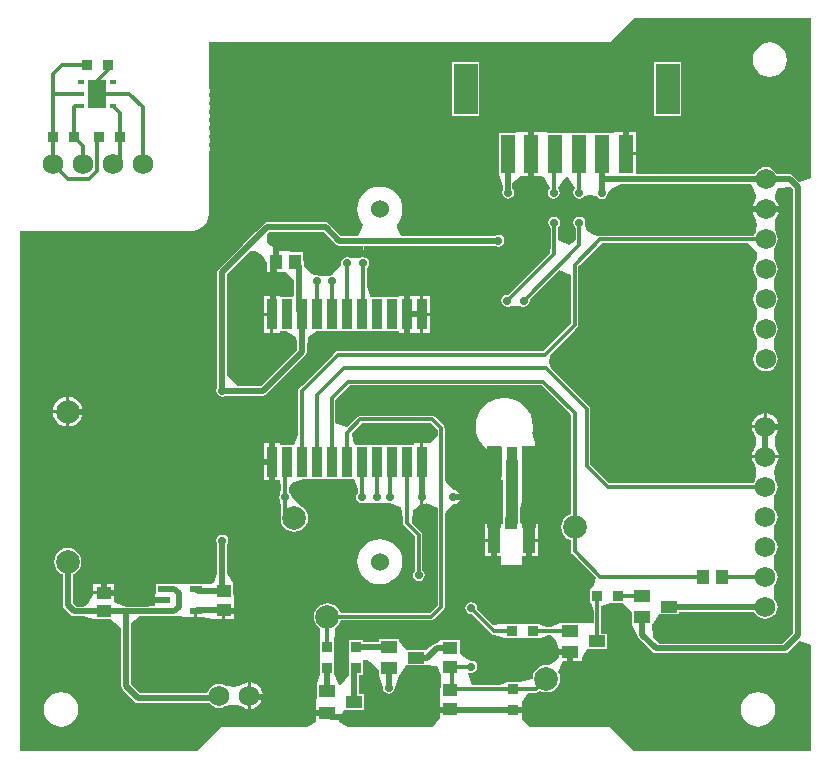
<source format=gtl>
G04 Layer_Physical_Order=1*
G04 Layer_Color=255*
%FSLAX44Y44*%
%MOMM*%
G71*
G01*
G75*
%ADD10R,1.0000X0.5500*%
%ADD11R,1.3000X1.0500*%
%ADD12R,0.9000X0.9000*%
%ADD13R,1.5000X2.4000*%
%ADD14R,0.6000X0.4000*%
%ADD15R,0.8900X2.6000*%
%ADD16R,0.9000X0.9000*%
%ADD17R,1.0500X1.3000*%
%ADD18R,1.4250X1.0000*%
%ADD19R,1.4000X1.0000*%
%ADD20R,2.0000X4.2000*%
%ADD21R,1.2000X3.2000*%
%ADD22R,1.0000X1.0500*%
%ADD23R,1.0500X2.2000*%
%ADD24R,0.3000X0.4000*%
%ADD25C,2.0000*%
%ADD26C,0.5000*%
%ADD27C,0.3000*%
%ADD28C,1.0000*%
%ADD29R,1.2930X6.9850*%
%ADD30R,1.2174X6.9850*%
%ADD31C,1.7500*%
%ADD32C,1.5240*%
%ADD33C,0.7000*%
G36*
X346595Y277611D02*
X347983D01*
X353661Y271933D01*
Y267496D01*
X347350Y260110D01*
X343661Y260110D01*
X341630D01*
Y244570D01*
X339090D01*
Y260110D01*
X333370D01*
Y259070D01*
X321710Y259070D01*
X314960D01*
X309010D01*
X302260D01*
X296310D01*
X289560D01*
X283801D01*
X283606Y259079D01*
X282223Y262253D01*
X281092Y269070D01*
X289633Y277611D01*
X291021D01*
X346595D01*
D02*
G37*
G36*
X670000Y485539D02*
X667916Y484032D01*
X660000Y481778D01*
X655024Y486754D01*
X653701Y487638D01*
X652140Y487948D01*
X652140Y487948D01*
X640905D01*
X640453Y489039D01*
Y489039D01*
X638810Y491180D01*
X636669Y492823D01*
X634175Y493856D01*
X631500Y494208D01*
X628824Y493856D01*
X626330Y492823D01*
X624189Y491180D01*
X622876Y489468D01*
X622546Y489039D01*
X622546Y489039D01*
X622310Y488469D01*
X622094Y487948D01*
X619009D01*
X525460D01*
X521818Y487948D01*
X521620Y489155D01*
X521620Y489792D01*
Y504190D01*
X513080D01*
Y505460D01*
X511810D01*
Y524000D01*
X510149D01*
X504540Y524000D01*
X504540Y524000D01*
X500580Y522960D01*
Y522960D01*
X490580D01*
X485580Y522960D01*
X480580D01*
X475580Y522960D01*
X465580Y522960D01*
X460580D01*
X455580Y522960D01*
X451189D01*
X441620Y524000D01*
X436011Y524000D01*
X434350D01*
Y505460D01*
Y486920D01*
X441620Y486920D01*
X444361Y484644D01*
X445608Y482063D01*
X445608D01*
X448515Y476045D01*
X447410Y474391D01*
X447022Y472440D01*
X447410Y470489D01*
X448515Y468835D01*
X450169Y467730D01*
X452120Y467342D01*
X454071Y467730D01*
X455725Y468835D01*
X456830Y470489D01*
X456830Y470489D01*
X457218Y472440D01*
X456830Y474391D01*
X455725Y476045D01*
X460550Y484367D01*
X462895Y486187D01*
X465228Y484345D01*
X470105Y476045D01*
X469000Y474391D01*
X468612Y472440D01*
X468612Y472440D01*
X469000Y470489D01*
X470105Y468835D01*
X471759Y467730D01*
X473710Y467342D01*
X473710Y467342D01*
X475661Y467730D01*
X475661D01*
X477315Y468835D01*
X477315Y468835D01*
X477937Y469766D01*
X482862Y470307D01*
X488438Y469598D01*
X489155Y468525D01*
X490809Y467420D01*
X490809Y467420D01*
X492760Y467032D01*
X492760Y467032D01*
X494711Y467420D01*
X494711Y467420D01*
X496365Y468525D01*
X496365D01*
X497470Y470179D01*
X497470Y470179D01*
X497858Y472130D01*
X500808Y475402D01*
X508990Y479792D01*
X517170D01*
X517170Y479792D01*
X517170D01*
D01*
X523157Y479792D01*
X619117D01*
X620031Y477948D01*
X623740Y470473D01*
X623532Y467667D01*
X622728Y465585D01*
X621638Y464164D01*
X620500Y461417D01*
X620280Y459740D01*
X631500D01*
X642720D01*
X642499Y461417D01*
X641361Y464164D01*
X640271Y465585D01*
X639467Y467667D01*
X639260Y470473D01*
X642012Y476021D01*
X652972Y477271D01*
X655052Y475191D01*
Y474300D01*
Y100370D01*
Y99479D01*
X646265Y90692D01*
X645375D01*
X541818D01*
X536983Y95635D01*
X536164Y96629D01*
X535660Y106420D01*
D01*
X540537Y114400D01*
X541285Y115420D01*
X545660Y115420D01*
X558535D01*
Y117842D01*
X621785D01*
X622237Y116751D01*
Y116751D01*
X623880Y114610D01*
X626021Y112967D01*
X628514Y111934D01*
X631190Y111582D01*
X633866Y111934D01*
X636359Y112967D01*
X638500Y114610D01*
X640143Y116751D01*
X641176Y119244D01*
X641528Y121920D01*
X641176Y124596D01*
X640143Y127089D01*
X638967Y128623D01*
X638360Y130195D01*
Y139045D01*
X638967Y140617D01*
X640143Y142151D01*
X641176Y144644D01*
X641528Y147320D01*
X641176Y149996D01*
X640143Y152489D01*
X638967Y154023D01*
X638360Y155595D01*
Y164445D01*
X638967Y166017D01*
X640143Y167551D01*
X641176Y170044D01*
X641528Y172720D01*
X641176Y175396D01*
X640143Y177889D01*
X638967Y179423D01*
X638360Y180995D01*
Y189845D01*
X638967Y191417D01*
X640143Y192951D01*
X641176Y195444D01*
X641528Y198120D01*
X641176Y200796D01*
X640143Y203289D01*
X638967Y204823D01*
X638360Y206395D01*
Y215245D01*
X638967Y216817D01*
X640143Y218351D01*
X641176Y220844D01*
X641528Y223520D01*
X641176Y226196D01*
X640143Y228689D01*
X639622Y229369D01*
X639024Y231486D01*
X638866Y235773D01*
X639157Y239723D01*
X639961Y241805D01*
X641052Y243226D01*
X642189Y245973D01*
X642410Y247650D01*
X631190D01*
X619970D01*
X620191Y245973D01*
X621328Y243226D01*
X622419Y241805D01*
X623223Y239723D01*
X623514Y235773D01*
X623356Y231486D01*
X622758Y229369D01*
X622237Y228689D01*
X620957Y226579D01*
X620467D01*
X500500D01*
X499107D01*
X483119Y242567D01*
Y243982D01*
Y286884D01*
Y289560D01*
X482886Y290730D01*
X482223Y291723D01*
X479256Y294690D01*
X452170Y321776D01*
X450042Y323904D01*
X450042Y323904D01*
X448284Y328697D01*
X448956Y333835D01*
X449574Y336028D01*
X470055Y356509D01*
X472063Y358517D01*
X472726Y359509D01*
X472959Y360680D01*
X472959Y363364D01*
Y408800D01*
Y410213D01*
X473927Y411181D01*
X491776Y429030D01*
X492757Y430011D01*
X494149D01*
X616490D01*
X624330Y421483D01*
Y415945D01*
X623723Y414373D01*
X622546Y412839D01*
X621514Y410346D01*
X621161Y407670D01*
X621514Y404994D01*
X622546Y402501D01*
X623723Y400967D01*
X624330Y399395D01*
Y390545D01*
X623723Y388973D01*
X622546Y387439D01*
X621514Y384946D01*
X621161Y382270D01*
X621514Y379594D01*
X622546Y377101D01*
X623723Y375567D01*
X624330Y373995D01*
Y365145D01*
X623723Y363573D01*
X622546Y362039D01*
X621514Y359546D01*
X621161Y356870D01*
X621514Y354194D01*
X622546Y351701D01*
X623723Y350167D01*
X624330Y348595D01*
Y339745D01*
X623723Y338173D01*
X622546Y336639D01*
X621514Y334146D01*
X621161Y331470D01*
X621514Y328794D01*
X622546Y326301D01*
X624189Y324160D01*
X626330Y322517D01*
X628824Y321484D01*
X631500Y321132D01*
X634175Y321484D01*
X636669Y322517D01*
X638810Y324160D01*
X640453Y326301D01*
X641486Y328794D01*
X641838Y331470D01*
X641486Y334146D01*
X640453Y336639D01*
X639276Y338173D01*
X638670Y339745D01*
Y348595D01*
X639276Y350167D01*
X640453Y351701D01*
X641486Y354194D01*
X641838Y356870D01*
X641486Y359546D01*
X640453Y362039D01*
X639276Y363573D01*
X638670Y365145D01*
Y373995D01*
X639276Y375567D01*
X640453Y377101D01*
X641486Y379594D01*
X641838Y382270D01*
X641486Y384946D01*
X640453Y387439D01*
X639276Y388973D01*
X638670Y390545D01*
Y399395D01*
X639276Y400967D01*
X640453Y402501D01*
X641486Y404994D01*
X641838Y407670D01*
X641486Y410346D01*
X640453Y412839D01*
X639276Y414373D01*
X638670Y415945D01*
Y424795D01*
X639276Y426367D01*
X640453Y427901D01*
X641486Y430394D01*
X641838Y433070D01*
X641486Y435746D01*
X640453Y438239D01*
X639932Y438919D01*
X639333Y441036D01*
X639175Y445323D01*
X639467Y449273D01*
X640271Y451355D01*
X641361Y452776D01*
X642499Y455523D01*
X642720Y457200D01*
X631500D01*
X620280D01*
X620500Y455523D01*
X621638Y452776D01*
X622728Y451355D01*
X623532Y449273D01*
X623824Y445323D01*
X623666Y441036D01*
X623068Y438919D01*
X622546Y438239D01*
X621267Y436129D01*
X620762D01*
X494297D01*
X491490D01*
X490320Y435896D01*
X490192Y435896D01*
X485756Y437001D01*
X479868Y439916D01*
X478420Y445089D01*
X478808Y447040D01*
X478420Y448991D01*
X477315Y450645D01*
X475661Y451750D01*
X473710Y452138D01*
X471759Y451750D01*
X470105Y450645D01*
X469000Y448991D01*
X469000Y448991D01*
X468612Y447040D01*
X468612Y447040D01*
X469000Y445089D01*
X469000Y445089D01*
X470105Y443435D01*
X470651Y442890D01*
X470651Y435747D01*
D01*
X470651Y431998D01*
X465332Y427858D01*
X455489Y432280D01*
X455489Y442890D01*
X456035Y443435D01*
X457140Y445089D01*
X457528Y447040D01*
X457140Y448991D01*
X456035Y450645D01*
X454381Y451750D01*
X452430Y452138D01*
X450479Y451750D01*
X448825Y450645D01*
X447720Y448991D01*
X447720Y448991D01*
X447332Y447040D01*
X447720Y445089D01*
X448825Y443435D01*
X449371Y442890D01*
X449371Y427359D01*
X448533Y421118D01*
X441462Y414047D01*
X414343Y386928D01*
X413522Y386107D01*
X412750Y386107D01*
X410799Y385719D01*
X409145Y384614D01*
X408040Y382960D01*
X407652Y381009D01*
X408040Y379058D01*
Y379058D01*
X409145Y377405D01*
Y377405D01*
X410799Y376300D01*
X410799Y376299D01*
X412750Y375911D01*
X412750Y375911D01*
X412750Y375911D01*
X416478Y376187D01*
X416940Y376208D01*
X419740Y376256D01*
X422539Y376208D01*
X423002Y376187D01*
X426729Y375911D01*
X426729Y375911D01*
X426729Y375911D01*
X428680Y376299D01*
X428680Y376299D01*
X428680Y376299D01*
X430334Y377405D01*
X430334D01*
X431439Y379058D01*
X431439Y379058D01*
X431827Y381009D01*
X431827Y381009D01*
X431827Y381781D01*
X456841Y406796D01*
X466841Y402653D01*
Y363360D01*
Y361947D01*
X465860Y360966D01*
X444214Y339320D01*
X443233Y338339D01*
X441838D01*
X272034D01*
X269240D01*
X268069Y338106D01*
X267077Y337443D01*
X265069Y335435D01*
X238605Y308971D01*
X236597Y306963D01*
X235934Y305971D01*
X235701Y304800D01*
X235701Y304800D01*
Y302051D01*
Y267541D01*
X232014Y259079D01*
X231819Y259070D01*
X220350Y259070D01*
Y260110D01*
X214630D01*
Y244570D01*
Y229030D01*
X220350D01*
X220354Y229002D01*
X220354D01*
X221161Y223492D01*
X220194Y216751D01*
X220080Y216581D01*
X220080Y216581D01*
X219692Y214630D01*
X219807Y214053D01*
X219807Y214050D01*
X220080Y212679D01*
X220102Y212640D01*
X221538Y205776D01*
X221257Y199976D01*
X221206Y199852D01*
X220811Y196850D01*
X221206Y193848D01*
X222365Y191050D01*
X224208Y188648D01*
X226610Y186805D01*
X229408Y185646D01*
X232410Y185251D01*
X235412Y185646D01*
X238210Y186805D01*
X240612Y188648D01*
X242455Y191050D01*
X243614Y193848D01*
X244009Y196850D01*
X243614Y199852D01*
X242455Y202650D01*
X240612Y205052D01*
X238725Y206499D01*
X231365Y212872D01*
X229500Y216581D01*
X228395Y218235D01*
X227849Y218780D01*
Y222125D01*
X230781Y226820D01*
X239434Y230070D01*
X244710D01*
X251460D01*
X257410D01*
X264160D01*
X270110D01*
X276860D01*
X282619D01*
X282814Y230061D01*
X286501Y221599D01*
Y218780D01*
X285955Y218235D01*
X284850Y216581D01*
X284462Y214630D01*
X284462Y214630D01*
X284850Y212679D01*
X285955Y211025D01*
X285955Y211025D01*
X287609Y209920D01*
X287609Y209920D01*
X289560Y209532D01*
X289560Y209532D01*
X291966Y209920D01*
X292426Y209920D01*
X299854D01*
X302260Y209532D01*
X307975Y209834D01*
X313690Y209532D01*
X321769Y206650D01*
X322728Y206259D01*
X323051Y206007D01*
X324601Y196264D01*
X324601Y193040D01*
X324601Y193040D01*
X324834Y191870D01*
X325497Y190877D01*
X328343Y188032D01*
X334761Y181613D01*
X334761Y176279D01*
X334761Y152740D01*
X334215Y152195D01*
X333110Y150541D01*
X332722Y148590D01*
X333110Y146639D01*
X334215Y144985D01*
X335869Y143880D01*
X337820Y143492D01*
X339771Y143880D01*
X341425Y144985D01*
X342530Y146639D01*
X342530Y146639D01*
X342918Y148590D01*
X342530Y150541D01*
X341425Y152195D01*
X340879Y152740D01*
X340879Y177173D01*
X340879Y182880D01*
X340646Y184051D01*
X339983Y185043D01*
X339983Y185043D01*
X332493Y192533D01*
X332527Y203558D01*
X333104Y204125D01*
X334526Y204977D01*
X339090Y207711D01*
Y214630D01*
X341630D01*
Y208724D01*
X342717Y208940D01*
X343661Y209571D01*
X348425Y208363D01*
X353661Y205665D01*
Y124425D01*
Y123037D01*
X346967Y116343D01*
X345571D01*
X272391D01*
X271641D01*
X270505Y119083D01*
X270505Y119084D01*
X270114Y119593D01*
X268662Y121486D01*
X266260Y123329D01*
X263462Y124488D01*
X260460Y124883D01*
X257458Y124488D01*
X254660Y123329D01*
X252258Y121486D01*
X250415Y119084D01*
X249256Y116286D01*
X248861Y113284D01*
X249256Y110282D01*
X250415Y107484D01*
X252258Y105082D01*
X254127Y103648D01*
X254185Y101665D01*
X254350Y91734D01*
Y81733D01*
Y73740D01*
Y63740D01*
X251960Y56658D01*
X251689Y46770D01*
X250920Y39698D01*
X250920Y34089D01*
Y33428D01*
X260460D01*
Y30888D01*
X250920D01*
X250920Y24618D01*
X242833Y20000D01*
X170000D01*
X150000Y0D01*
X0D01*
Y440000D01*
X145000D01*
X146470Y440072D01*
X149354Y440646D01*
X152071Y441771D01*
X154516Y443405D01*
X156595Y445484D01*
X158229Y447929D01*
X159354Y450646D01*
X159928Y453530D01*
X160000Y455000D01*
X160000D01*
Y507274D01*
X160003Y507277D01*
X160004Y507277D01*
X160777Y508434D01*
X161049Y509800D01*
X160777Y511166D01*
X160777Y511166D01*
X160003Y512323D01*
Y514277D01*
X160777Y515434D01*
X161049Y516800D01*
X160777Y518166D01*
X160003Y519323D01*
Y521277D01*
X160777Y522434D01*
X161049Y523800D01*
X160777Y525166D01*
X160003Y526323D01*
Y528277D01*
X160777Y529434D01*
X161049Y530800D01*
X160777Y532166D01*
X160003Y533323D01*
Y535277D01*
X160777Y536434D01*
X161049Y537800D01*
X160777Y539166D01*
X160003Y540323D01*
Y542277D01*
X160777Y543434D01*
X161049Y544800D01*
X160777Y546166D01*
X160003Y547323D01*
Y549277D01*
X160777Y550434D01*
X161049Y551800D01*
X160777Y553166D01*
X160003Y554323D01*
Y556277D01*
X160777Y557434D01*
X160777Y557435D01*
X161049Y558800D01*
X160777Y560166D01*
X160004Y561323D01*
X160003Y561323D01*
X160000Y561326D01*
Y600000D01*
X500000D01*
X520000Y620000D01*
X670000D01*
Y485539D01*
D02*
G37*
G36*
X441963Y309361D02*
X442944Y308380D01*
X465860Y285464D01*
X466841Y284483D01*
Y283088D01*
Y201162D01*
Y200411D01*
X464101Y199275D01*
X464100Y199275D01*
X463591Y198884D01*
X461698Y197432D01*
X459855Y195030D01*
X458696Y192232D01*
X458301Y189230D01*
X458696Y186228D01*
X459855Y183430D01*
X461698Y181028D01*
X463591Y179576D01*
X464100Y179185D01*
X464101Y179185D01*
X466841Y178049D01*
Y168910D01*
X466841Y168910D01*
X467074Y167740D01*
X467737Y166747D01*
X469745Y164739D01*
X487564Y146920D01*
X485852Y140053D01*
X483720Y136920D01*
X482840D01*
Y127192D01*
X482840Y127192D01*
Y124920D01*
X483671Y124712D01*
X485781Y118411D01*
Y108530D01*
X484590Y108140D01*
X474590Y108210D01*
Y108210D01*
X458655D01*
X458655Y108210D01*
X457590Y108210D01*
X457540Y107762D01*
X450081Y104769D01*
X445723D01*
X440938Y105999D01*
X440765Y106386D01*
X440450Y107092D01*
X426685Y107092D01*
X422722D01*
X410450Y107092D01*
X406582Y106977D01*
Y106977D01*
X400450Y106796D01*
X397648Y109598D01*
X387368Y119878D01*
X387368Y120650D01*
X386980Y122601D01*
X385875Y124255D01*
X384221Y125360D01*
X382270Y125748D01*
X380319Y125360D01*
X378665Y124255D01*
X377560Y122601D01*
X377172Y120650D01*
X377560Y118699D01*
Y118699D01*
X378665Y117045D01*
X380319Y115940D01*
X382270Y115552D01*
X383042Y115552D01*
X394704Y103891D01*
X399665Y98929D01*
X400657Y98266D01*
X401828Y98033D01*
X405067Y96928D01*
Y96928D01*
X410450Y95092D01*
X422722Y95092D01*
X428450D01*
X440450D01*
X440458Y95195D01*
X440484Y95432D01*
X441016Y95654D01*
Y95654D01*
X447357Y98301D01*
X449478Y98320D01*
X453979Y93559D01*
X456550Y86004D01*
Y84980D01*
X466090D01*
Y83710D01*
X467360D01*
Y76170D01*
X475630D01*
Y78109D01*
X480215Y86210D01*
X485630Y86210D01*
X497465D01*
Y99210D01*
X491899D01*
Y122364D01*
X500840Y124920D01*
X510568Y124920D01*
X517858Y118377D01*
X518660Y117331D01*
X518660Y106420D01*
X518660D01*
X522972Y98044D01*
X523282Y96483D01*
X524166Y95160D01*
X535596Y83730D01*
X536919Y82846D01*
X538480Y82536D01*
X540918D01*
X645517D01*
X647954D01*
X647954Y82536D01*
X649515Y82846D01*
X650838Y83730D01*
X660000Y92892D01*
X667916Y90638D01*
X670000Y89131D01*
Y0D01*
X520000D01*
X500000Y20000D01*
X431775D01*
X424870Y27140D01*
X424870Y30000D01*
Y32910D01*
X417830D01*
Y35450D01*
X424870D01*
Y36611D01*
X424870Y41220D01*
X429937Y49121D01*
X436990D01*
X436990Y49121D01*
X438161Y49354D01*
X439153Y50017D01*
X440027Y50891D01*
X442768Y49756D01*
X442768Y49756D01*
X443387Y49674D01*
X445770Y49361D01*
X448772Y49756D01*
X451570Y50915D01*
X453972Y52758D01*
X455815Y55160D01*
X456974Y57958D01*
X457369Y60960D01*
X456974Y63962D01*
X455815Y66760D01*
X460022Y75565D01*
X460594Y76170D01*
X464820D01*
Y82440D01*
X456550D01*
Y79236D01*
X456360Y78921D01*
X451930Y74976D01*
X448177Y72242D01*
X445770Y72559D01*
X442768Y72164D01*
X439970Y71005D01*
X437568Y69162D01*
X435725Y66760D01*
X434566Y63962D01*
X434171Y60960D01*
X433546Y60549D01*
X423830Y58180D01*
X411830D01*
X411622Y57349D01*
X405321Y55239D01*
X383147D01*
X379637Y65239D01*
X379791Y65495D01*
X382357Y66039D01*
X384221Y66410D01*
X385875Y67515D01*
X386980Y69169D01*
X387368Y71120D01*
X387368Y71120D01*
X386980Y73071D01*
X385875Y74725D01*
X385875Y74725D01*
X384221Y75830D01*
X384221Y75830D01*
X382270Y76218D01*
X382270Y76218D01*
X379984Y76545D01*
X376044Y79260D01*
X372490Y82112D01*
X372490Y87616D01*
Y93364D01*
X365848D01*
X356490Y93364D01*
Y93364D01*
X353340Y90910D01*
X351499Y90382D01*
X350176Y89498D01*
X350176Y89498D01*
X347685Y87807D01*
X343905Y85240D01*
X343312Y85240D01*
X331030D01*
X326655Y85240D01*
X321030Y92910D01*
Y94240D01*
X304030D01*
Y91818D01*
X290480D01*
Y93740D01*
X278480D01*
Y85740D01*
X278480Y81740D01*
Y76617D01*
X278480Y63740D01*
X272923Y56335D01*
X270573Y55566D01*
X266350Y64534D01*
Y73816D01*
Y81202D01*
Y91202D01*
Y91202D01*
X266623Y101089D01*
X266716Y103589D01*
X268662Y105082D01*
X270114Y106975D01*
X270505Y107484D01*
X270505Y107485D01*
X271641Y110225D01*
X272416D01*
X345449D01*
X348234D01*
X348234Y110225D01*
X349404Y110458D01*
X350397Y111121D01*
X358883Y119607D01*
X359546Y120599D01*
X359779Y121770D01*
Y124610D01*
Y200494D01*
X360633Y201967D01*
X367030Y208472D01*
X369387Y208940D01*
X369387Y208941D01*
X370206Y209488D01*
Y209488D01*
X371385Y210275D01*
X371385Y210275D01*
X371932Y211095D01*
Y211095D01*
X372720Y212273D01*
X372720Y212273D01*
X372936Y213360D01*
X367030D01*
Y215900D01*
X372936D01*
X372720Y216987D01*
X372720Y216987D01*
X372172Y217806D01*
D01*
X371385Y218985D01*
Y218985D01*
X370565Y219532D01*
Y219532D01*
X369387Y220319D01*
X369387Y220320D01*
X367030Y220788D01*
X360633Y227293D01*
X359779Y228766D01*
Y270360D01*
Y273200D01*
X359779Y273200D01*
X359546Y274370D01*
X358883Y275363D01*
X358883Y275363D01*
X351413Y282833D01*
X350421Y283496D01*
X349250Y283729D01*
X349250Y283729D01*
X346410D01*
X291206D01*
X288366D01*
X288366Y283729D01*
X287196Y283496D01*
X286203Y282833D01*
X286203Y282833D01*
X277219Y273848D01*
X267277Y277394D01*
X267219Y277441D01*
Y297183D01*
X279397Y309361D01*
X280785D01*
X440575D01*
X441963D01*
D02*
G37*
G36*
X298207Y74397D02*
X304030Y67274D01*
Y63240D01*
X304030Y63240D01*
X307121Y54245D01*
X307432Y53340D01*
X307820Y51389D01*
X308925Y49735D01*
X310579Y48630D01*
X312530Y48242D01*
X314481Y48630D01*
X314481Y48630D01*
X316135Y49735D01*
X317240Y51389D01*
X317240Y51389D01*
X317628Y53340D01*
X317939Y54245D01*
X321030Y63240D01*
D01*
X325907Y71220D01*
X326655Y72240D01*
X331030Y72240D01*
X343905D01*
X353217Y71750D01*
X356490Y64116D01*
X356490Y57804D01*
X355984Y48013D01*
X355450Y43096D01*
X355450Y36576D01*
X364490D01*
Y34036D01*
X355450D01*
X355450Y27516D01*
X349453Y20000D01*
X278087D01*
X270000Y24618D01*
Y26557D01*
X274585Y34658D01*
X280000Y34658D01*
X291835D01*
Y47658D01*
X287288D01*
Y63740D01*
X290480D01*
Y71740D01*
X290480Y75740D01*
X290875Y76363D01*
X294172Y76583D01*
X298207Y74397D01*
D02*
G37*
%LPC*%
G36*
X212090Y260110D02*
X206370D01*
Y245840D01*
X212090D01*
Y260110D01*
D02*
G37*
G36*
Y243300D02*
X206370D01*
Y229030D01*
X212090D01*
Y243300D01*
D02*
G37*
G36*
X642410Y273050D02*
X631190D01*
X619970D01*
X620191Y271373D01*
X621328Y268626D01*
X621763Y268059D01*
X623138Y264643D01*
Y258597D01*
X621763Y255181D01*
X621328Y254614D01*
X620191Y251867D01*
X619970Y250190D01*
X631190D01*
X642410D01*
X642189Y251867D01*
X641052Y254614D01*
X640617Y255181D01*
X639242Y258597D01*
Y264643D01*
X640617Y268059D01*
X641052Y268626D01*
X642189Y271373D01*
X642410Y273050D01*
D02*
G37*
G36*
X205530Y45251D02*
X195580D01*
Y35300D01*
X197257Y35521D01*
X200004Y36659D01*
X202362Y38468D01*
X204172Y40827D01*
X205309Y43573D01*
X205530Y45251D01*
D02*
G37*
G36*
X195580Y57741D02*
Y47790D01*
X205530D01*
X205309Y49468D01*
X204172Y52214D01*
X202362Y54573D01*
X200004Y56382D01*
X197257Y57520D01*
X195580Y57741D01*
D02*
G37*
G36*
X35000Y49625D02*
X31215Y49127D01*
X27687Y47666D01*
X24659Y45342D01*
X22334Y42313D01*
X20873Y38785D01*
X20375Y35000D01*
X20873Y31215D01*
X22334Y27687D01*
X24659Y24659D01*
X27687Y22334D01*
X31215Y20873D01*
X35000Y20375D01*
X38785Y20873D01*
X42313Y22334D01*
X45342Y24659D01*
X47666Y27687D01*
X49127Y31215D01*
X49625Y35000D01*
X49127Y38785D01*
X47666Y42313D01*
X45342Y45342D01*
X42313Y47666D01*
X38785Y49127D01*
X35000Y49625D01*
D02*
G37*
G36*
X181760Y117856D02*
X173990D01*
Y111336D01*
X181760D01*
Y117856D01*
D02*
G37*
G36*
X304800Y179112D02*
X301075Y178745D01*
X297494Y177659D01*
X294193Y175894D01*
X291300Y173520D01*
X288926Y170627D01*
X287161Y167326D01*
X286075Y163745D01*
X285708Y160020D01*
X286075Y156295D01*
X287161Y152714D01*
X288926Y149413D01*
X291300Y146520D01*
X294193Y144146D01*
X297494Y142381D01*
X301075Y141295D01*
X304800Y140928D01*
X308525Y141295D01*
X312106Y142381D01*
X315407Y144146D01*
X318300Y146520D01*
X320674Y149413D01*
X322439Y152714D01*
X323525Y156295D01*
X323892Y160020D01*
X323525Y163745D01*
X322439Y167326D01*
X320674Y170627D01*
X318300Y173520D01*
X315407Y175894D01*
X312106Y177659D01*
X308525Y178745D01*
X304800Y179112D01*
D02*
G37*
G36*
X171450Y182898D02*
X169499Y182510D01*
X167845Y181405D01*
X167845Y181405D01*
X166740Y179751D01*
X166740Y179751D01*
X166352Y177800D01*
X166352Y177800D01*
X166740Y175849D01*
X167372Y174904D01*
X167372Y150526D01*
X165528Y144338D01*
D01*
X164720Y141624D01*
X160957Y141517D01*
X151024Y141360D01*
X142420Y141360D01*
X141053Y141290D01*
X132420Y140845D01*
X132371Y140878D01*
X132370Y140878D01*
X130810Y141188D01*
X128420Y141360D01*
Y141360D01*
X115420D01*
Y132900D01*
X114380D01*
Y128880D01*
X121920D01*
Y126340D01*
X114380D01*
Y123778D01*
X114380Y122320D01*
X104540Y121934D01*
X89798D01*
Y121934D01*
X89798D01*
X81205Y125331D01*
X80160Y125814D01*
X80160Y132334D01*
X71120D01*
X62080D01*
Y131953D01*
X57675Y123778D01*
X53687Y121934D01*
X47663Y121934D01*
X44678Y124919D01*
X44678Y149262D01*
X46400Y149975D01*
X48802Y151818D01*
X50645Y154220D01*
X51804Y157018D01*
X52199Y160020D01*
X51804Y163022D01*
X50645Y165820D01*
X48802Y168222D01*
X46400Y170065D01*
X43602Y171224D01*
X40600Y171619D01*
X37598Y171224D01*
X34800Y170065D01*
X32398Y168222D01*
X30555Y165820D01*
X29396Y163022D01*
X29001Y160020D01*
X29396Y157018D01*
X30555Y154220D01*
X32398Y151818D01*
X34800Y149975D01*
X36522Y149262D01*
Y126400D01*
Y123230D01*
X36521Y123230D01*
X36832Y121669D01*
X37716Y120346D01*
X43090Y114972D01*
X43090Y114972D01*
X44413Y114088D01*
X45974Y113778D01*
X45974Y113778D01*
X53120D01*
X63120Y111106D01*
X68767Y111106D01*
X76415D01*
X84248Y105874D01*
X84248Y105874D01*
X84248D01*
X86092Y103994D01*
Y99479D01*
Y58958D01*
Y54610D01*
X86091Y54610D01*
X86402Y53049D01*
X87286Y51726D01*
X97446Y41566D01*
X97446Y41566D01*
X98769Y40682D01*
X100330Y40372D01*
X105476D01*
X157935D01*
X160708D01*
X161600Y39210D01*
X163741Y37567D01*
X166234Y36534D01*
X168910Y36182D01*
X171586Y36534D01*
X174079Y37567D01*
X174759Y38088D01*
X176876Y38687D01*
X181163Y38845D01*
X185113Y38553D01*
X187195Y37749D01*
X188616Y36659D01*
X191363Y35521D01*
X193040Y35300D01*
Y46521D01*
Y57741D01*
X191363Y57520D01*
X188616Y56382D01*
X187195Y55292D01*
X185113Y54488D01*
X181163Y54196D01*
X176876Y54354D01*
X174759Y54953D01*
X174079Y55474D01*
X171586Y56507D01*
X168910Y56859D01*
X166234Y56507D01*
X163741Y55474D01*
X161600Y53831D01*
X159957Y51690D01*
X159411Y50372D01*
X158924Y49196D01*
X158603Y48528D01*
X156982D01*
X105689D01*
X102019Y48528D01*
X94248Y56299D01*
X94248Y59593D01*
Y101138D01*
Y108471D01*
X102051Y113778D01*
X108182D01*
X116207D01*
X119870D01*
X119872Y113778D01*
X121666Y113778D01*
X121666Y113778D01*
X128420Y113860D01*
X130810Y114032D01*
X131380Y114145D01*
X134077Y113979D01*
X141380Y112820D01*
X144830Y112820D01*
X147650D01*
Y118110D01*
X150190D01*
Y112820D01*
X154295D01*
X163680Y111336D01*
X165845Y111336D01*
X171450D01*
Y119126D01*
X172720D01*
Y120396D01*
X181760D01*
Y126916D01*
X180720Y136485D01*
Y141624D01*
X180720D01*
X175528Y150861D01*
X175528Y174904D01*
X176160Y175849D01*
X176548Y177800D01*
X176548Y177800D01*
X176160Y179751D01*
X175055Y181405D01*
X173401Y182510D01*
X171450Y182898D01*
D02*
G37*
G36*
X69850Y141394D02*
X62080D01*
Y134874D01*
X69850D01*
Y141394D01*
D02*
G37*
G36*
X80160D02*
X72390D01*
Y134874D01*
X80160D01*
Y141394D01*
D02*
G37*
G36*
X304800Y477612D02*
X301075Y477245D01*
X297494Y476159D01*
X294193Y474394D01*
X291300Y472020D01*
X288926Y469127D01*
X287161Y465826D01*
X286075Y462245D01*
X285708Y458520D01*
X286075Y454795D01*
X287161Y451214D01*
X288926Y447913D01*
X290595Y445878D01*
X289971Y442393D01*
X287608Y437722D01*
X286676Y435878D01*
X272199Y435878D01*
X261964Y446114D01*
X260641Y446998D01*
X259080Y447308D01*
X259080Y447308D01*
X253950D01*
X213869D01*
X209550Y447308D01*
X207989Y446998D01*
X206666Y446114D01*
X200096Y439544D01*
X200096D01*
X192642Y432090D01*
Y432090D01*
X188900Y428348D01*
X170813Y410261D01*
X168566Y408014D01*
X167682Y406691D01*
X167372Y405130D01*
X167372Y405130D01*
Y399963D01*
Y311557D01*
X167372Y307696D01*
X166740Y306751D01*
X166352Y304800D01*
X166352Y304800D01*
X166740Y302849D01*
X166740Y302849D01*
X167845Y301195D01*
X167845Y301195D01*
X169499Y300090D01*
X169499Y300090D01*
X171450Y299702D01*
X171450Y299702D01*
X173401Y300090D01*
X173401Y300090D01*
X174346Y300722D01*
X177542Y300722D01*
X202607D01*
X205740D01*
X205740Y300721D01*
X207301Y301032D01*
X208624Y301916D01*
X212251Y305544D01*
X238557Y331849D01*
X241644Y334936D01*
X241644Y334936D01*
X242528Y336259D01*
X242838Y337820D01*
X242838Y337820D01*
Y340453D01*
X243981Y349979D01*
X251872Y355070D01*
X257410D01*
X264160D01*
X270110D01*
X276860D01*
X282810D01*
X289560D01*
X295510D01*
X302260D01*
X308210D01*
X320670Y355070D01*
Y354030D01*
X326390D01*
Y369570D01*
Y385110D01*
X320670D01*
Y384070D01*
X309010Y384070D01*
X302260D01*
X297771D01*
X296157Y384640D01*
X293889Y393067D01*
Y408600D01*
X294435Y409145D01*
X295540Y410799D01*
X295928Y412750D01*
X295928Y412750D01*
X295540Y414701D01*
X294435Y416355D01*
X294435Y416355D01*
X292781Y417460D01*
X292781Y417460D01*
X290830Y417848D01*
X291135Y427722D01*
X301359Y427722D01*
X308241D01*
X318241Y427722D01*
X324794D01*
X399297D01*
X402234Y427722D01*
X403179Y427090D01*
X405130Y426702D01*
X405130Y426702D01*
X407081Y427090D01*
X408735Y428195D01*
X409840Y429849D01*
X410228Y431800D01*
X409840Y433751D01*
X408735Y435405D01*
X407081Y436510D01*
X407081Y436510D01*
X405130Y436898D01*
X405130Y436898D01*
X403179Y436510D01*
X402234Y435878D01*
X399257Y435878D01*
X325517D01*
X322924D01*
X319629Y442393D01*
X319004Y445878D01*
X320674Y447913D01*
X322439Y451214D01*
X323525Y454795D01*
X323892Y458520D01*
X323525Y462245D01*
X322439Y465826D01*
X320674Y469127D01*
X318300Y472020D01*
X315407Y474394D01*
X312106Y476159D01*
X308525Y477245D01*
X304800Y477612D01*
D02*
G37*
G36*
X424540Y524000D02*
X414971Y522960D01*
X405580D01*
Y493632D01*
X405580Y487960D01*
X409002Y477960D01*
X409002Y474842D01*
X408700Y474391D01*
X408312Y472440D01*
X408312Y472440D01*
X408700Y470489D01*
X409805Y468835D01*
X411459Y467730D01*
X413410Y467342D01*
X415361Y467730D01*
X417015Y468835D01*
X418120Y470489D01*
X418120Y470489D01*
X418508Y472440D01*
X418508Y472440D01*
X418120Y474391D01*
X417158Y475830D01*
Y480599D01*
X424540Y486920D01*
X430149Y486920D01*
X431810D01*
Y505460D01*
Y524000D01*
X424540Y524000D01*
D02*
G37*
G36*
X347350Y368300D02*
X341630D01*
Y354030D01*
X347350D01*
Y368300D01*
D02*
G37*
G36*
Y385110D02*
X341630D01*
Y370840D01*
X347350D01*
Y385110D01*
D02*
G37*
G36*
X560080Y582760D02*
X537080D01*
Y537760D01*
X560080D01*
Y582760D01*
D02*
G37*
G36*
X635000Y599625D02*
X631215Y599127D01*
X627687Y597666D01*
X624659Y595341D01*
X622334Y592313D01*
X620873Y588785D01*
X620375Y585000D01*
X620873Y581215D01*
X622334Y577687D01*
X624659Y574659D01*
X627687Y572334D01*
X631215Y570873D01*
X635000Y570375D01*
X638785Y570873D01*
X642313Y572334D01*
X645341Y574659D01*
X647666Y577687D01*
X649127Y581215D01*
X649625Y585000D01*
X649127Y588785D01*
X647666Y592313D01*
X645341Y595341D01*
X642313Y597666D01*
X638785Y599127D01*
X635000Y599625D01*
D02*
G37*
G36*
X514350Y524000D02*
Y506730D01*
X521620D01*
Y524000D01*
X514350D01*
D02*
G37*
G36*
X389080Y582760D02*
X366080D01*
Y537760D01*
X389080D01*
Y582760D01*
D02*
G37*
G36*
X339090Y385110D02*
X328930D01*
Y369570D01*
Y354030D01*
X339090D01*
Y369570D01*
Y385110D01*
D02*
G37*
G36*
X632460Y285540D02*
Y275590D01*
X642410D01*
X642189Y277267D01*
X641052Y280014D01*
X639242Y282372D01*
X636884Y284182D01*
X634137Y285319D01*
X632460Y285540D01*
D02*
G37*
G36*
X39330Y299501D02*
X37326Y299237D01*
X34276Y297974D01*
X31656Y295964D01*
X29646Y293344D01*
X28383Y290294D01*
X28119Y288290D01*
X39330D01*
Y299501D01*
D02*
G37*
G36*
X629920Y285540D02*
X628243Y285319D01*
X625496Y284182D01*
X623138Y282372D01*
X621328Y280014D01*
X620191Y277267D01*
X619970Y275590D01*
X629920D01*
Y285540D01*
D02*
G37*
G36*
X39330Y285750D02*
X28119D01*
X28383Y283746D01*
X29646Y280696D01*
X31656Y278076D01*
X34276Y276066D01*
X37326Y274803D01*
X39330Y274539D01*
Y285750D01*
D02*
G37*
G36*
X53081D02*
X41870D01*
Y274539D01*
X43874Y274803D01*
X46924Y276066D01*
X49544Y278076D01*
X51554Y280696D01*
X52817Y283746D01*
X53081Y285750D01*
D02*
G37*
G36*
X41870Y299501D02*
Y288290D01*
X53081D01*
X52817Y290294D01*
X51554Y293344D01*
X49544Y295964D01*
X46924Y297974D01*
X43874Y299237D01*
X41870Y299501D01*
D02*
G37*
%LPD*%
G36*
X257391Y439152D02*
X267626Y428916D01*
X268949Y428032D01*
X270510Y427722D01*
X285813D01*
X290525D01*
X290830Y417848D01*
X290155Y417714D01*
X288130Y417430D01*
X283845Y417257D01*
X279559Y417430D01*
X277535Y417714D01*
X276860Y417848D01*
X276860D01*
X274909Y417460D01*
X274909Y417460D01*
X273255Y416355D01*
X272150Y414701D01*
X272150Y414701D01*
X271762Y412750D01*
X271762Y412750D01*
X272150Y410799D01*
X265365Y403306D01*
X264160Y402608D01*
X261754Y402220D01*
X253866D01*
X251460Y402608D01*
X250298Y402377D01*
X248891Y402503D01*
X247147Y403301D01*
X240298Y410464D01*
X239414Y420098D01*
Y422020D01*
X234275D01*
X224706Y423060D01*
X218784D01*
X218409Y423064D01*
X209049Y429465D01*
X209010Y432848D01*
X209011Y436923D01*
X211239Y439152D01*
X214642Y439152D01*
X253724D01*
X257391Y439152D01*
D02*
G37*
G36*
X204688Y419412D02*
X209126Y413298D01*
Y404980D01*
X215646D01*
Y414020D01*
X218186D01*
Y404980D01*
X224706D01*
X232142Y398789D01*
Y394014D01*
X232019Y384781D01*
X230298Y384070D01*
X220350Y384070D01*
Y385110D01*
X214630D01*
Y369570D01*
Y354030D01*
X220350D01*
Y355070D01*
X225648D01*
X233539Y349979D01*
X233539Y349979D01*
X233539D01*
X234682Y346177D01*
X234682Y339509D01*
X232268Y337096D01*
X206643Y311471D01*
X204051Y308878D01*
X184765Y308878D01*
X175528Y318115D01*
Y399814D01*
X175528Y403441D01*
X195263Y423175D01*
X199242Y423176D01*
X204688Y419412D01*
D02*
G37*
%LPC*%
G36*
X212090Y368300D02*
X206370D01*
Y354030D01*
X212090D01*
Y368300D01*
D02*
G37*
G36*
Y385110D02*
X206370D01*
Y370840D01*
X212090D01*
Y385110D01*
D02*
G37*
G36*
X438846Y191580D02*
X432326D01*
Y179310D01*
X438846D01*
Y191580D01*
D02*
G37*
G36*
X400286D02*
X393766D01*
Y179310D01*
X400286D01*
Y191580D01*
D02*
G37*
G36*
Y176770D02*
X393766D01*
Y164500D01*
X400286D01*
Y176770D01*
D02*
G37*
G36*
X438846D02*
X432326D01*
Y164500D01*
X438846D01*
Y176770D01*
D02*
G37*
G36*
X402890Y243300D02*
X397170D01*
Y229030D01*
X402890D01*
Y243300D01*
D02*
G37*
G36*
X625000Y49625D02*
X621215Y49127D01*
X617687Y47666D01*
X614659Y45342D01*
X612334Y42313D01*
X610873Y38785D01*
X610375Y35000D01*
X610873Y31215D01*
X612334Y27687D01*
X614659Y24659D01*
X617687Y22334D01*
X621215Y20873D01*
X625000Y20375D01*
X628785Y20873D01*
X632313Y22334D01*
X635341Y24659D01*
X637666Y27687D01*
X639127Y31215D01*
X639625Y35000D01*
X639127Y38785D01*
X637666Y42313D01*
X635341Y45342D01*
X632313Y47666D01*
X628785Y49127D01*
X625000Y49625D01*
D02*
G37*
G36*
X412265Y298712D02*
X408155D01*
X408013Y298653D01*
X407862Y298685D01*
X403820Y297942D01*
X403691Y297858D01*
X403536Y297863D01*
X399696Y296401D01*
X399584Y296296D01*
X399431Y296272D01*
X395918Y294140D01*
X395827Y294016D01*
X395681Y293965D01*
X392611Y291233D01*
X392544Y291094D01*
X392410Y291018D01*
X389885Y287776D01*
X389844Y287628D01*
X389725Y287528D01*
X387828Y283883D01*
X387814Y283730D01*
X387716Y283611D01*
X386509Y279683D01*
X386524Y279529D01*
X386448Y279394D01*
X385971Y275313D01*
X386013Y275164D01*
X385964Y275018D01*
X386232Y270918D01*
X386301Y270779D01*
X386278Y270627D01*
X387284Y266642D01*
X387376Y266519D01*
X387382Y266364D01*
X387382Y266364D01*
X389091Y262628D01*
X389204Y262523D01*
X389238Y262372D01*
X389238Y262372D01*
X390416Y260689D01*
X390541Y260609D01*
X390598Y260472D01*
X391051Y260284D01*
X391464Y260021D01*
X397170Y252668D01*
Y245840D01*
X404160D01*
Y244570D01*
X405430D01*
Y229030D01*
X409500D01*
Y215900D01*
Y200290D01*
X409306D01*
Y191580D01*
X402826D01*
Y178040D01*
Y164500D01*
X407062D01*
Y158750D01*
X407538Y157602D01*
X408686Y157126D01*
X423926D01*
X425074Y157602D01*
X425550Y158750D01*
Y164500D01*
X429786D01*
Y178040D01*
Y191580D01*
X425123D01*
X423620Y193294D01*
Y201780D01*
X424423Y209364D01*
X432714Y211360D01*
Y214630D01*
X428674D01*
Y217170D01*
X432714D01*
Y220440D01*
X436118Y229030D01*
X436250D01*
Y243300D01*
X429260D01*
Y245840D01*
X436250D01*
Y260110D01*
X436250D01*
X434011Y270110D01*
X434142Y270627D01*
X434119Y270779D01*
X434188Y270918D01*
X434456Y275018D01*
X434407Y275164D01*
X434449Y275313D01*
X433972Y279394D01*
X433896Y279529D01*
X433911Y279683D01*
X432704Y283611D01*
X432606Y283730D01*
X432592Y283883D01*
X430695Y287528D01*
X430576Y287628D01*
X430535Y287776D01*
X428010Y291018D01*
X427876Y291094D01*
X427809Y291233D01*
X424739Y293965D01*
X424593Y294016D01*
X424502Y294140D01*
X420989Y296272D01*
X420836Y296296D01*
X420724Y296401D01*
X416884Y297863D01*
X416729Y297858D01*
X416600Y297942D01*
X412558Y298685D01*
X412407Y298653D01*
X412265Y298712D01*
D02*
G37*
%LPD*%
D10*
X148920Y118110D02*
D03*
X121920Y137110D02*
D03*
Y118110D02*
D03*
Y127610D02*
D03*
X148920Y137110D02*
D03*
D11*
X71120Y117856D02*
D03*
Y133604D02*
D03*
X172720Y134874D02*
D03*
Y119126D02*
D03*
X364490Y51054D02*
D03*
Y35306D02*
D03*
Y86614D02*
D03*
Y70866D02*
D03*
D12*
X75040Y580390D02*
D03*
X57040D02*
D03*
X45830Y519430D02*
D03*
X27830D02*
D03*
X85200D02*
D03*
X67200D02*
D03*
X416450Y101092D02*
D03*
X434450D02*
D03*
X488840Y130920D02*
D03*
X506840D02*
D03*
D13*
X65240Y556100D02*
D03*
D14*
X51740Y546100D02*
D03*
Y556100D02*
D03*
Y566100D02*
D03*
X78740D02*
D03*
Y556100D02*
D03*
Y546100D02*
D03*
D15*
X340360Y244570D02*
D03*
X327660D02*
D03*
X314960D02*
D03*
X302260D02*
D03*
X289560D02*
D03*
X276860D02*
D03*
X264160D02*
D03*
X251460D02*
D03*
X238760D02*
D03*
X226060D02*
D03*
X213360D02*
D03*
X340360Y369570D02*
D03*
X327660D02*
D03*
X314960D02*
D03*
X302260D02*
D03*
X289560D02*
D03*
X276860D02*
D03*
X264160D02*
D03*
X251460D02*
D03*
X238760D02*
D03*
X226060D02*
D03*
X213360D02*
D03*
X404160Y244570D02*
D03*
X416560D02*
D03*
X429260D02*
D03*
D16*
X260350Y87740D02*
D03*
Y69740D02*
D03*
X284480D02*
D03*
Y87740D02*
D03*
X417830Y34180D02*
D03*
Y52180D02*
D03*
D17*
X578866Y147320D02*
D03*
X594614D02*
D03*
X232664Y414020D02*
D03*
X216916D02*
D03*
D18*
X283210Y41158D02*
D03*
X488840Y92710D02*
D03*
X335280Y78740D02*
D03*
X549910Y121920D02*
D03*
D19*
X260460Y50158D02*
D03*
Y32158D02*
D03*
X466090Y101710D02*
D03*
Y83710D02*
D03*
X312530Y87740D02*
D03*
Y69740D02*
D03*
X527160Y130920D02*
D03*
Y112920D02*
D03*
D20*
X377580Y560260D02*
D03*
X548580D02*
D03*
D21*
X473080Y505460D02*
D03*
X493080D02*
D03*
X513080D02*
D03*
X453080D02*
D03*
X433080D02*
D03*
X413080D02*
D03*
D22*
X416306Y193040D02*
D03*
D23*
X401556Y178040D02*
D03*
X431056D02*
D03*
D24*
X419674Y215900D02*
D03*
X428674D02*
D03*
D25*
X232410Y196850D02*
D03*
X445770Y60960D02*
D03*
X260460Y113284D02*
D03*
X469900Y189230D02*
D03*
X40600Y287020D02*
D03*
Y160020D02*
D03*
D26*
X69850Y287020D02*
X76200D01*
X40600D02*
X69850D01*
X71120Y285750D01*
Y133604D02*
Y285750D01*
X171450Y136144D02*
X172720Y134874D01*
X148920Y137110D02*
X151156Y134874D01*
X172720D01*
X149936Y119126D02*
X172720D01*
X220980Y118110D02*
X236220Y102870D01*
X213360Y118110D02*
X220980D01*
X213360D02*
Y244570D01*
X173736Y118110D02*
X213360D01*
X118650Y244570D02*
X213360D01*
X76200Y287020D02*
X118650Y244570D01*
X148920Y118110D02*
X149174Y117856D01*
X100990Y127610D02*
X121920D01*
X94996Y133604D02*
X100990Y127610D01*
X71120Y133604D02*
X94996D01*
X71120Y117856D02*
X121666D01*
X45974D02*
X71120D01*
X40600Y123230D02*
X45974Y117856D01*
X40600Y123230D02*
Y160020D01*
X90170Y54610D02*
Y117126D01*
X367030Y214630D02*
X401620D01*
X402890Y215900D01*
X404160Y214630D01*
X100330Y44450D02*
X168262D01*
X466090Y72390D02*
Y83710D01*
Y72390D02*
X474980Y63500D01*
X327660Y369570D02*
Y421640D01*
X327660Y369570D02*
X327660Y369570D01*
X416560Y421640D02*
X433080Y438160D01*
X267970Y421640D02*
X416560D01*
X255270Y434340D02*
X267970Y421640D01*
X642909Y458520D02*
X647954Y453475D01*
Y278384D02*
Y453475D01*
X643890Y274320D02*
X647954Y278384D01*
X404160Y214630D02*
Y244570D01*
Y180644D02*
Y214630D01*
X340360D02*
Y244570D01*
X384810Y144780D02*
X424706D01*
X401556Y145814D02*
X402590Y144780D01*
X401556Y145814D02*
Y178040D01*
X405240Y83710D02*
X466090D01*
X373380Y115570D02*
X405240Y83710D01*
X373380Y115570D02*
Y133350D01*
X384810Y144780D01*
X327660Y349250D02*
Y369570D01*
X322580Y344170D02*
X327660Y349250D01*
X261620Y344170D02*
X322580D01*
X213360Y295910D02*
X261620Y344170D01*
X213360Y244570D02*
Y295910D01*
X238760Y337820D02*
Y369570D01*
X205740Y304800D02*
X238760Y337820D01*
X171450Y304800D02*
X205740D01*
X431056Y178040D02*
Y213518D01*
Y151130D02*
Y178040D01*
X424706Y144780D02*
X431056Y151130D01*
X429260Y216486D02*
Y244570D01*
Y215314D02*
X431056Y213518D01*
X631500Y483870D02*
X652140D01*
X659130Y476880D01*
Y97790D02*
Y476880D01*
X647954Y86614D02*
X659130Y97790D01*
X538480Y86614D02*
X647954D01*
X527050Y98044D02*
X538480Y86614D01*
X527050Y98044D02*
Y112810D01*
X527160Y112920D01*
X631550Y458520D02*
X642909D01*
X631190Y274320D02*
X643890D01*
X629920Y485450D02*
X631500Y483870D01*
X270510Y431800D02*
X405130D01*
X259080Y443230D02*
X270510Y431800D01*
X209550Y443230D02*
X259080D01*
X171450Y405130D02*
X209550Y443230D01*
X171450Y304800D02*
Y405130D01*
Y136144D02*
Y177800D01*
X433070Y458470D02*
X631500D01*
X433070D02*
X433080Y458460D01*
Y438160D02*
Y458460D01*
X214376Y374396D02*
Y415290D01*
X327660Y369570D02*
X340360D01*
X224790Y434340D02*
X255270D01*
X216916Y426466D02*
X224790Y434340D01*
X216916Y414020D02*
Y426466D01*
X631190Y248920D02*
Y274320D01*
X631500Y458470D02*
X631550Y458520D01*
X549910Y121920D02*
X631190D01*
X236220Y372110D02*
X238760Y369570D01*
X236220Y372110D02*
Y410464D01*
X232664Y414020D02*
X236220Y410464D01*
X121920Y118110D02*
X130810D01*
X134620Y121920D01*
Y133300D01*
X130810Y137110D02*
X134620Y133300D01*
X121920Y137110D02*
X130810D01*
X90170Y54610D02*
X100330Y44450D01*
X413080Y472770D02*
Y505460D01*
Y472770D02*
X413410Y472440D01*
X433080Y458480D02*
Y505460D01*
X492760Y483870D02*
X631500D01*
X492760Y472130D02*
Y483870D01*
Y505140D01*
X513080Y505460D02*
Y530860D01*
X505460Y538480D02*
X513080Y530860D01*
X433080Y505460D02*
Y530870D01*
X440690Y538480D01*
X505460D01*
X474980Y41800D02*
Y63500D01*
X467360Y34180D02*
X474980Y41800D01*
X417830Y34180D02*
X467360D01*
X335170D02*
X417830D01*
X329832Y28842D02*
X335170Y34180D01*
X263776Y28842D02*
X329832D01*
X260460Y32158D02*
X263776Y28842D01*
X248538Y32158D02*
X260460D01*
X235598Y45098D02*
X248538Y32158D01*
X260460Y50158D02*
Y69630D01*
X283210Y41158D02*
Y68470D01*
X284480Y87740D02*
X312530D01*
Y53340D02*
Y69740D01*
X335280Y78740D02*
X345186D01*
X353060Y86614D01*
X364490D01*
X236220Y45720D02*
Y102870D01*
X194310Y45098D02*
X235598D01*
D27*
X356720Y121770D02*
Y273200D01*
X348234Y113284D02*
X356720Y121770D01*
X349250Y280670D02*
X356720Y273200D01*
X35450Y580390D02*
X57040D01*
X65240Y566890D02*
X75040Y576690D01*
Y580390D01*
X65240Y556100D02*
X78740D01*
X65240D02*
X69140Y560000D01*
X27830Y556100D02*
X51740D01*
X27780D02*
X27830D01*
Y519430D02*
Y556100D01*
Y572770D01*
X35450Y580390D01*
X78740Y556100D02*
X92870D01*
X104140Y544830D01*
Y496570D02*
Y544830D01*
X85200Y519430D02*
Y539640D01*
Y503030D02*
Y519430D01*
X78740Y546100D02*
X85200Y539640D01*
X78740Y496570D02*
X85200Y503030D01*
X65766Y517996D02*
X67200Y519430D01*
X65766Y490964D02*
Y517996D01*
X58621Y483820D02*
X65766Y490964D01*
X40690Y483820D02*
X58621D01*
X27940Y496570D02*
X40690Y483820D01*
X53340Y496570D02*
Y511920D01*
X45830Y519430D02*
X53340Y511920D01*
X45830Y519430D02*
Y544940D01*
X46990Y546100D01*
X51740D01*
X27940Y496570D02*
Y519320D01*
X224790Y194310D02*
Y214630D01*
X260460Y113284D02*
X348234D01*
X469900Y186690D02*
Y285750D01*
Y168910D02*
Y186690D01*
Y189230D01*
X337820Y148590D02*
Y182880D01*
X327660Y193040D02*
X337820Y182880D01*
X327660Y193040D02*
Y244570D01*
X382016Y70866D02*
X382270Y71120D01*
X364490Y70866D02*
X382016D01*
X224790Y214630D02*
Y243300D01*
X382270Y120650D02*
X401828Y101092D01*
X416450D01*
X313690Y214630D02*
Y243300D01*
X289560Y214630D02*
Y244570D01*
X412750Y381009D02*
X452430Y420689D01*
Y447040D01*
X302260Y214630D02*
Y244570D01*
X426729Y381009D02*
X473710Y427990D01*
Y447040D01*
X251460Y369570D02*
Y397510D01*
X264160Y369570D02*
Y397510D01*
X289560Y369570D02*
X290830Y370840D01*
Y412750D01*
X276860Y369570D02*
Y412750D01*
X594614Y147320D02*
X631190D01*
X506840Y130920D02*
X527160D01*
X488840Y92710D02*
Y130920D01*
X435068Y101710D02*
X466090D01*
X276860Y244570D02*
Y269164D01*
X288366Y280670D01*
X349250D01*
X264160Y244570D02*
Y298450D01*
X278130Y312420D01*
X443230D01*
X469900Y285750D01*
Y168910D02*
X491490Y147320D01*
X578866D01*
X251460Y244570D02*
Y300990D01*
X274320Y323850D01*
X445770D01*
X480060Y289560D01*
Y241300D02*
Y289560D01*
Y241300D02*
X497840Y223520D01*
X631190D01*
X238760Y244570D02*
Y304800D01*
X269240Y335280D01*
X444500D01*
X469900Y360680D01*
Y411480D01*
X491490Y433070D01*
X631500D01*
X452120Y472440D02*
Y504500D01*
X473710Y472440D02*
Y504830D01*
X417830Y52180D02*
X436990D01*
X445770Y60960D01*
X365616Y52180D02*
X417830D01*
X365616D02*
Y69740D01*
X260460Y87850D02*
Y113284D01*
D28*
X416560Y215900D02*
Y244570D01*
Y193294D02*
Y215900D01*
D29*
X401690Y222885D02*
D03*
D30*
X430793D02*
D03*
D31*
X27940Y496570D02*
D03*
X53340D02*
D03*
X104140D02*
D03*
X78740D02*
D03*
X631500Y331470D02*
D03*
Y356870D02*
D03*
Y458470D02*
D03*
Y483870D02*
D03*
Y433070D02*
D03*
Y407670D02*
D03*
Y382270D02*
D03*
X631190Y121920D02*
D03*
Y147320D02*
D03*
Y248920D02*
D03*
Y274320D02*
D03*
Y223520D02*
D03*
Y198120D02*
D03*
Y172720D02*
D03*
X168910Y46521D02*
D03*
X194310D02*
D03*
D32*
X304800Y458520D02*
D03*
Y160020D02*
D03*
D33*
X656603Y547670D02*
D03*
X636603Y507670D02*
D03*
Y107670D02*
D03*
X656603Y67670D02*
D03*
X596603Y587670D02*
D03*
X616603Y547670D02*
D03*
X596603Y507670D02*
D03*
X616603Y467670D02*
D03*
Y307670D02*
D03*
X596603Y267670D02*
D03*
Y107670D02*
D03*
X616603Y67670D02*
D03*
X596603Y27671D02*
D03*
X556603Y587670D02*
D03*
X576603Y547670D02*
D03*
X556603Y507670D02*
D03*
X576603Y307670D02*
D03*
X556603Y267670D02*
D03*
Y107670D02*
D03*
X576603Y67670D02*
D03*
X556603Y27671D02*
D03*
X516603Y587670D02*
D03*
Y347671D02*
D03*
Y267670D02*
D03*
X536603Y67670D02*
D03*
X516603Y27671D02*
D03*
X476603Y587670D02*
D03*
X496603Y547670D02*
D03*
Y387670D02*
D03*
X476603Y347671D02*
D03*
X496603Y307670D02*
D03*
Y67670D02*
D03*
X476603Y27671D02*
D03*
X436603Y587670D02*
D03*
X456603Y547670D02*
D03*
Y387670D02*
D03*
X436603Y347671D02*
D03*
X456603Y227670D02*
D03*
X436603Y27671D02*
D03*
X396603Y587670D02*
D03*
X416603Y547670D02*
D03*
X396603Y507670D02*
D03*
X416603Y67670D02*
D03*
X356603Y587670D02*
D03*
Y507670D02*
D03*
X376603Y387670D02*
D03*
X356603Y347671D02*
D03*
X376603Y227670D02*
D03*
X356603Y107670D02*
D03*
X316603Y587670D02*
D03*
X336603Y547670D02*
D03*
X316603Y507670D02*
D03*
Y347671D02*
D03*
X336603Y67670D02*
D03*
X316603Y27671D02*
D03*
X276603Y587670D02*
D03*
X296603Y547670D02*
D03*
X276603Y507670D02*
D03*
Y347671D02*
D03*
Y187670D02*
D03*
X296603Y67670D02*
D03*
X236603Y587670D02*
D03*
X256603Y547670D02*
D03*
X236603Y507670D02*
D03*
X256603Y467670D02*
D03*
X236603Y427670D02*
D03*
X256603Y147670D02*
D03*
X236603Y107670D02*
D03*
X196603Y587670D02*
D03*
X216603Y547670D02*
D03*
X196603Y507670D02*
D03*
Y347671D02*
D03*
Y267670D02*
D03*
Y187670D02*
D03*
Y107670D02*
D03*
X216603Y67670D02*
D03*
X176603Y547670D02*
D03*
Y467670D02*
D03*
X156603Y427670D02*
D03*
Y347671D02*
D03*
Y267670D02*
D03*
Y187670D02*
D03*
Y107670D02*
D03*
Y27671D02*
D03*
X116603Y427670D02*
D03*
X136603Y387670D02*
D03*
X116603Y347671D02*
D03*
X136603Y307670D02*
D03*
X116603Y267670D02*
D03*
X136603Y227670D02*
D03*
X116603Y187670D02*
D03*
X136603Y147670D02*
D03*
X116603Y107670D02*
D03*
X136603Y67670D02*
D03*
X116603Y27671D02*
D03*
X76603Y427670D02*
D03*
X96603Y387670D02*
D03*
X76603Y347671D02*
D03*
X96603Y307670D02*
D03*
X76603Y267670D02*
D03*
X96603Y227670D02*
D03*
X76603Y187670D02*
D03*
X96603Y147670D02*
D03*
X76603Y27671D02*
D03*
X36603Y427670D02*
D03*
X56603Y387670D02*
D03*
X36603Y347671D02*
D03*
X56603Y307670D02*
D03*
X36603Y267670D02*
D03*
X56603Y227670D02*
D03*
X36603Y187670D02*
D03*
X56603Y147670D02*
D03*
X36603Y107670D02*
D03*
X56603Y67670D02*
D03*
X367030Y214630D02*
D03*
X340360D02*
D03*
X337820Y148590D02*
D03*
X382270Y71120D02*
D03*
X224790Y214630D02*
D03*
X382270Y120650D02*
D03*
X313690Y214630D02*
D03*
X289560D02*
D03*
X412750Y381009D02*
D03*
X452430Y447040D02*
D03*
X302260Y214630D02*
D03*
X426729Y381009D02*
D03*
X473710Y447040D02*
D03*
X405130Y431800D02*
D03*
X171450Y177800D02*
D03*
Y304800D02*
D03*
X251460Y397510D02*
D03*
X264160D02*
D03*
X290830Y412750D02*
D03*
X276860D02*
D03*
X452120Y472440D02*
D03*
X473710D02*
D03*
X492760Y472130D02*
D03*
X413410Y472440D02*
D03*
X312530Y53340D02*
D03*
M02*

</source>
